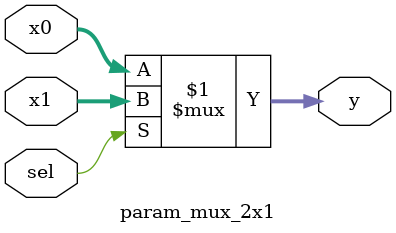
<source format=sv>
`timescale 1ns / 1ps

module param_mux_2x1 #(parameter N = 3) // suppose we working with N=3
(
    input logic [(2**N)-1:0] x0,        // 7:0  input 1
    input logic [(2**N)-1:0] x1,        // 7:0  input 2
    input logic sel,                    // selector
    output logic [(2**N)-1:0] y         // 7:0  output
);
  
    assign y = sel ? x1 : x0;           // if selector=1 then y=x1 ; if selector=0 then y=x0

endmodule

</source>
